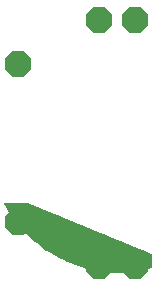
<source format=gtl>
G75*
%MOIN*%
%OFA0B0*%
%FSLAX25Y25*%
%IPPOS*%
%LPD*%
%AMOC8*
5,1,8,0,0,1.08239X$1,22.5*
%
%ADD10OC8,0.08600*%
%ADD11C,0.00300*%
D10*
X0013375Y0021300D03*
X0040500Y0006550D03*
X0052500Y0006550D03*
X0013375Y0073800D03*
X0040500Y0088550D03*
X0052500Y0088550D03*
D11*
X0011834Y0022363D02*
X0016888Y0016578D01*
X0022894Y0011789D01*
X0029659Y0008148D01*
X0036965Y0005774D01*
X0044578Y0004743D01*
X0052252Y0005088D01*
X0057750Y0006343D01*
X0057750Y0010675D01*
X0016500Y0027550D01*
X0008735Y0027550D01*
X0011834Y0022363D01*
X0011931Y0022252D02*
X0029451Y0022252D01*
X0028722Y0022550D02*
X0011722Y0022550D01*
X0011544Y0022849D02*
X0027992Y0022849D01*
X0027262Y0023147D02*
X0011365Y0023147D01*
X0011187Y0023446D02*
X0026533Y0023446D01*
X0025803Y0023744D02*
X0011009Y0023744D01*
X0010830Y0024043D02*
X0025073Y0024043D01*
X0024343Y0024341D02*
X0010652Y0024341D01*
X0010473Y0024640D02*
X0023614Y0024640D01*
X0022884Y0024938D02*
X0010295Y0024938D01*
X0010117Y0025237D02*
X0022154Y0025237D01*
X0021425Y0025535D02*
X0009938Y0025535D01*
X0009760Y0025834D02*
X0020695Y0025834D01*
X0019965Y0026132D02*
X0009582Y0026132D01*
X0009403Y0026431D02*
X0019236Y0026431D01*
X0018506Y0026729D02*
X0009225Y0026729D01*
X0009047Y0027028D02*
X0017776Y0027028D01*
X0017046Y0027326D02*
X0008868Y0027326D01*
X0012192Y0021953D02*
X0030181Y0021953D01*
X0030911Y0021655D02*
X0012453Y0021655D01*
X0012714Y0021356D02*
X0031640Y0021356D01*
X0032370Y0021058D02*
X0012974Y0021058D01*
X0013235Y0020759D02*
X0033100Y0020759D01*
X0033829Y0020461D02*
X0013496Y0020461D01*
X0013757Y0020162D02*
X0034559Y0020162D01*
X0035289Y0019864D02*
X0014018Y0019864D01*
X0014278Y0019565D02*
X0036019Y0019565D01*
X0036748Y0019267D02*
X0014539Y0019267D01*
X0014800Y0018968D02*
X0037478Y0018968D01*
X0038208Y0018670D02*
X0015061Y0018670D01*
X0015322Y0018371D02*
X0038937Y0018371D01*
X0039667Y0018073D02*
X0015582Y0018073D01*
X0015843Y0017774D02*
X0040397Y0017774D01*
X0041126Y0017476D02*
X0016104Y0017476D01*
X0016365Y0017177D02*
X0041856Y0017177D01*
X0042586Y0016879D02*
X0016626Y0016879D01*
X0016886Y0016580D02*
X0043315Y0016580D01*
X0044045Y0016282D02*
X0017260Y0016282D01*
X0017634Y0015983D02*
X0044775Y0015983D01*
X0045505Y0015684D02*
X0018009Y0015684D01*
X0018383Y0015386D02*
X0046234Y0015386D01*
X0046964Y0015087D02*
X0018757Y0015087D01*
X0019132Y0014789D02*
X0047694Y0014789D01*
X0048423Y0014490D02*
X0019506Y0014490D01*
X0019880Y0014192D02*
X0049153Y0014192D01*
X0049883Y0013893D02*
X0020255Y0013893D01*
X0020629Y0013595D02*
X0050612Y0013595D01*
X0051342Y0013296D02*
X0021003Y0013296D01*
X0021378Y0012998D02*
X0052072Y0012998D01*
X0052802Y0012699D02*
X0021752Y0012699D01*
X0022126Y0012401D02*
X0053531Y0012401D01*
X0054261Y0012102D02*
X0022501Y0012102D01*
X0022875Y0011804D02*
X0054991Y0011804D01*
X0055720Y0011505D02*
X0023420Y0011505D01*
X0023975Y0011207D02*
X0056450Y0011207D01*
X0057180Y0010908D02*
X0024530Y0010908D01*
X0025084Y0010610D02*
X0057750Y0010610D01*
X0057750Y0010311D02*
X0025639Y0010311D01*
X0026194Y0010013D02*
X0057750Y0010013D01*
X0057750Y0009714D02*
X0026749Y0009714D01*
X0027303Y0009416D02*
X0057750Y0009416D01*
X0057750Y0009117D02*
X0027858Y0009117D01*
X0028413Y0008819D02*
X0057750Y0008819D01*
X0057750Y0008520D02*
X0028968Y0008520D01*
X0029522Y0008222D02*
X0057750Y0008222D01*
X0057750Y0007923D02*
X0030351Y0007923D01*
X0031270Y0007625D02*
X0057750Y0007625D01*
X0057750Y0007326D02*
X0032189Y0007326D01*
X0033108Y0007028D02*
X0057750Y0007028D01*
X0057750Y0006729D02*
X0034026Y0006729D01*
X0034945Y0006431D02*
X0057750Y0006431D01*
X0056827Y0006132D02*
X0035864Y0006132D01*
X0036782Y0005834D02*
X0055520Y0005834D01*
X0054212Y0005535D02*
X0038731Y0005535D01*
X0040935Y0005237D02*
X0052904Y0005237D01*
X0048919Y0004938D02*
X0043138Y0004938D01*
M02*

</source>
